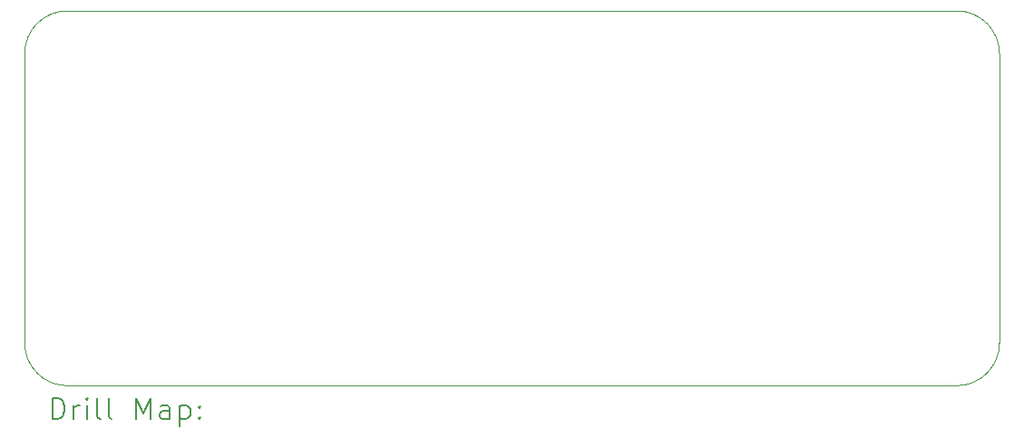
<source format=gbr>
%TF.GenerationSoftware,KiCad,Pcbnew,8.0.1*%
%TF.CreationDate,2024-04-30T22:48:43+02:00*%
%TF.ProjectId,ECU_proj,4543555f-7072-46f6-9a2e-6b696361645f,rev?*%
%TF.SameCoordinates,Original*%
%TF.FileFunction,Drillmap*%
%TF.FilePolarity,Positive*%
%FSLAX45Y45*%
G04 Gerber Fmt 4.5, Leading zero omitted, Abs format (unit mm)*
G04 Created by KiCad (PCBNEW 8.0.1) date 2024-04-30 22:48:43*
%MOMM*%
%LPD*%
G01*
G04 APERTURE LIST*
%ADD10C,0.050000*%
%ADD11C,0.200000*%
G04 APERTURE END LIST*
D10*
X19000000Y-8600000D02*
X19000000Y-5900000D01*
X9900000Y-5900000D02*
X9900000Y-8600000D01*
X9900000Y-5900000D02*
G75*
G02*
X10300000Y-5500000I400000J0D01*
G01*
X19000000Y-8600000D02*
G75*
G02*
X18600000Y-9000000I-400000J0D01*
G01*
X10300000Y-9000000D02*
G75*
G02*
X9900000Y-8600000I0J400000D01*
G01*
X18600000Y-5500000D02*
G75*
G02*
X19000000Y-5900000I0J-400000D01*
G01*
X18600000Y-5500000D02*
X10300000Y-5500000D01*
X10300000Y-9000000D02*
X18600000Y-9000000D01*
D11*
X10158277Y-9313984D02*
X10158277Y-9113984D01*
X10158277Y-9113984D02*
X10205896Y-9113984D01*
X10205896Y-9113984D02*
X10234467Y-9123508D01*
X10234467Y-9123508D02*
X10253515Y-9142555D01*
X10253515Y-9142555D02*
X10263039Y-9161603D01*
X10263039Y-9161603D02*
X10272563Y-9199698D01*
X10272563Y-9199698D02*
X10272563Y-9228270D01*
X10272563Y-9228270D02*
X10263039Y-9266365D01*
X10263039Y-9266365D02*
X10253515Y-9285412D01*
X10253515Y-9285412D02*
X10234467Y-9304460D01*
X10234467Y-9304460D02*
X10205896Y-9313984D01*
X10205896Y-9313984D02*
X10158277Y-9313984D01*
X10358277Y-9313984D02*
X10358277Y-9180650D01*
X10358277Y-9218746D02*
X10367801Y-9199698D01*
X10367801Y-9199698D02*
X10377324Y-9190174D01*
X10377324Y-9190174D02*
X10396372Y-9180650D01*
X10396372Y-9180650D02*
X10415420Y-9180650D01*
X10482086Y-9313984D02*
X10482086Y-9180650D01*
X10482086Y-9113984D02*
X10472563Y-9123508D01*
X10472563Y-9123508D02*
X10482086Y-9133031D01*
X10482086Y-9133031D02*
X10491610Y-9123508D01*
X10491610Y-9123508D02*
X10482086Y-9113984D01*
X10482086Y-9113984D02*
X10482086Y-9133031D01*
X10605896Y-9313984D02*
X10586848Y-9304460D01*
X10586848Y-9304460D02*
X10577324Y-9285412D01*
X10577324Y-9285412D02*
X10577324Y-9113984D01*
X10710658Y-9313984D02*
X10691610Y-9304460D01*
X10691610Y-9304460D02*
X10682086Y-9285412D01*
X10682086Y-9285412D02*
X10682086Y-9113984D01*
X10939229Y-9313984D02*
X10939229Y-9113984D01*
X10939229Y-9113984D02*
X11005896Y-9256841D01*
X11005896Y-9256841D02*
X11072563Y-9113984D01*
X11072563Y-9113984D02*
X11072563Y-9313984D01*
X11253515Y-9313984D02*
X11253515Y-9209222D01*
X11253515Y-9209222D02*
X11243991Y-9190174D01*
X11243991Y-9190174D02*
X11224943Y-9180650D01*
X11224943Y-9180650D02*
X11186848Y-9180650D01*
X11186848Y-9180650D02*
X11167801Y-9190174D01*
X11253515Y-9304460D02*
X11234467Y-9313984D01*
X11234467Y-9313984D02*
X11186848Y-9313984D01*
X11186848Y-9313984D02*
X11167801Y-9304460D01*
X11167801Y-9304460D02*
X11158277Y-9285412D01*
X11158277Y-9285412D02*
X11158277Y-9266365D01*
X11158277Y-9266365D02*
X11167801Y-9247317D01*
X11167801Y-9247317D02*
X11186848Y-9237793D01*
X11186848Y-9237793D02*
X11234467Y-9237793D01*
X11234467Y-9237793D02*
X11253515Y-9228270D01*
X11348753Y-9180650D02*
X11348753Y-9380650D01*
X11348753Y-9190174D02*
X11367801Y-9180650D01*
X11367801Y-9180650D02*
X11405896Y-9180650D01*
X11405896Y-9180650D02*
X11424943Y-9190174D01*
X11424943Y-9190174D02*
X11434467Y-9199698D01*
X11434467Y-9199698D02*
X11443991Y-9218746D01*
X11443991Y-9218746D02*
X11443991Y-9275889D01*
X11443991Y-9275889D02*
X11434467Y-9294936D01*
X11434467Y-9294936D02*
X11424943Y-9304460D01*
X11424943Y-9304460D02*
X11405896Y-9313984D01*
X11405896Y-9313984D02*
X11367801Y-9313984D01*
X11367801Y-9313984D02*
X11348753Y-9304460D01*
X11529705Y-9294936D02*
X11539229Y-9304460D01*
X11539229Y-9304460D02*
X11529705Y-9313984D01*
X11529705Y-9313984D02*
X11520182Y-9304460D01*
X11520182Y-9304460D02*
X11529705Y-9294936D01*
X11529705Y-9294936D02*
X11529705Y-9313984D01*
X11529705Y-9190174D02*
X11539229Y-9199698D01*
X11539229Y-9199698D02*
X11529705Y-9209222D01*
X11529705Y-9209222D02*
X11520182Y-9199698D01*
X11520182Y-9199698D02*
X11529705Y-9190174D01*
X11529705Y-9190174D02*
X11529705Y-9209222D01*
M02*

</source>
